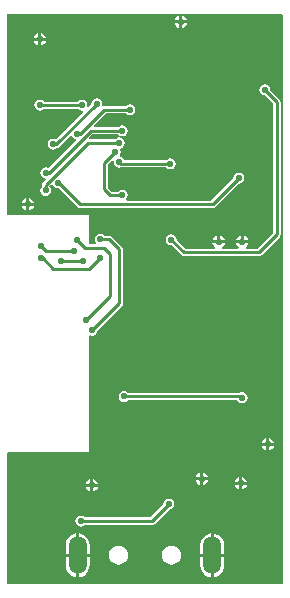
<source format=gbl>
G04 Layer_Physical_Order=2*
G04 Layer_Color=11436288*
%FSLAX25Y25*%
%MOIN*%
G70*
G01*
G75*
%ADD24C,0.01000*%
%ADD26O,0.05906X0.12598*%
%ADD27C,0.02200*%
G36*
X437500Y452623D02*
X437500Y262976D01*
X345854Y262976D01*
X345500Y263330D01*
Y306623D01*
X345854Y306976D01*
X373000Y306976D01*
X373000Y345424D01*
X373500Y345741D01*
X374000Y345641D01*
X374702Y345781D01*
X375298Y346179D01*
X375696Y346774D01*
X375835Y347476D01*
X375818Y347564D01*
X383865Y355611D01*
X384130Y356008D01*
X384224Y356476D01*
Y374476D01*
X384130Y374945D01*
X383865Y375342D01*
X380554Y378653D01*
X380157Y378918D01*
X379689Y379011D01*
X378036D01*
X377987Y379085D01*
X377391Y379483D01*
X376689Y379623D01*
X375987Y379483D01*
X375391Y379085D01*
X374993Y378490D01*
X374854Y377787D01*
X374993Y377085D01*
X375251Y376700D01*
X374993Y376200D01*
X373000D01*
Y385976D01*
X345500Y385976D01*
Y452976D01*
X437146Y452976D01*
X437500Y452623D01*
D02*
G37*
%LPC*%
G36*
X410000Y297476D02*
X408458D01*
X408522Y297157D01*
X408986Y296462D01*
X409681Y295998D01*
X410000Y295935D01*
Y297476D01*
D02*
G37*
G36*
X412542D02*
X411000D01*
Y295935D01*
X411319Y295998D01*
X412014Y296462D01*
X412478Y297157D01*
X412542Y297476D01*
D02*
G37*
G36*
X425542Y295976D02*
X424000D01*
Y294435D01*
X424319Y294498D01*
X425014Y294962D01*
X425478Y295657D01*
X425542Y295976D01*
D02*
G37*
G36*
X375888Y295323D02*
X374346D01*
Y293781D01*
X374666Y293845D01*
X375360Y294309D01*
X375825Y295004D01*
X375888Y295323D01*
D02*
G37*
G36*
X423000Y295976D02*
X421458D01*
X421522Y295657D01*
X421986Y294962D01*
X422681Y294498D01*
X423000Y294435D01*
Y295976D01*
D02*
G37*
G36*
X373346Y297865D02*
X373027Y297801D01*
X372333Y297337D01*
X371868Y296642D01*
X371805Y296323D01*
X373346D01*
Y297865D01*
D02*
G37*
G36*
X424000Y298518D02*
Y296976D01*
X425542D01*
X425478Y297296D01*
X425014Y297990D01*
X424319Y298454D01*
X424000Y298518D01*
D02*
G37*
G36*
X410000Y300018D02*
X409681Y299955D01*
X408986Y299490D01*
X408522Y298796D01*
X408458Y298476D01*
X410000D01*
Y300018D01*
D02*
G37*
G36*
X423000Y298518D02*
X422681Y298454D01*
X421986Y297990D01*
X421522Y297296D01*
X421458Y296976D01*
X423000D01*
Y298518D01*
D02*
G37*
G36*
X411000Y300018D02*
Y298476D01*
X412542D01*
X412478Y298796D01*
X412014Y299490D01*
X411319Y299955D01*
X411000Y300018D01*
D02*
G37*
G36*
X374346Y297865D02*
Y296323D01*
X375888D01*
X375825Y296642D01*
X375360Y297337D01*
X374666Y297801D01*
X374346Y297865D01*
D02*
G37*
G36*
X417928Y272000D02*
X414441D01*
Y265232D01*
X414973Y265302D01*
X415934Y265701D01*
X416760Y266334D01*
X417394Y267160D01*
X417792Y268122D01*
X417928Y269153D01*
Y272000D01*
D02*
G37*
G36*
X382642Y275688D02*
X381817Y275579D01*
X381048Y275261D01*
X380387Y274754D01*
X379881Y274094D01*
X379562Y273325D01*
X379454Y272500D01*
X379562Y271675D01*
X379881Y270906D01*
X380387Y270246D01*
X381048Y269739D01*
X381817Y269421D01*
X382642Y269312D01*
X383467Y269421D01*
X384236Y269739D01*
X384896Y270246D01*
X385402Y270906D01*
X385721Y271675D01*
X385830Y272500D01*
X385721Y273325D01*
X385402Y274094D01*
X384896Y274754D01*
X384236Y275261D01*
X383467Y275579D01*
X382642Y275688D01*
D02*
G37*
G36*
X400358D02*
X399533Y275579D01*
X398764Y275261D01*
X398104Y274754D01*
X397598Y274094D01*
X397279Y273325D01*
X397170Y272500D01*
X397279Y271675D01*
X397598Y270906D01*
X398104Y270246D01*
X398764Y269739D01*
X399533Y269421D01*
X400358Y269312D01*
X401183Y269421D01*
X401952Y269739D01*
X402612Y270246D01*
X403119Y270906D01*
X403438Y271675D01*
X403546Y272500D01*
X403438Y273325D01*
X403119Y274094D01*
X402612Y274754D01*
X401952Y275261D01*
X401183Y275579D01*
X400358Y275688D01*
D02*
G37*
G36*
X368559Y272000D02*
X365072D01*
Y269153D01*
X365208Y268122D01*
X365606Y267160D01*
X366240Y266334D01*
X367066Y265701D01*
X368027Y265302D01*
X368559Y265232D01*
Y272000D01*
D02*
G37*
G36*
X373046D02*
X369559D01*
Y265232D01*
X370091Y265302D01*
X371053Y265701D01*
X371878Y266334D01*
X372512Y267160D01*
X372910Y268122D01*
X373046Y269153D01*
Y272000D01*
D02*
G37*
G36*
X413441D02*
X409954D01*
Y269153D01*
X410090Y268122D01*
X410488Y267160D01*
X411122Y266334D01*
X411947Y265701D01*
X412909Y265302D01*
X413441Y265232D01*
Y272000D01*
D02*
G37*
G36*
X414441Y279767D02*
Y273000D01*
X417928D01*
Y275847D01*
X417792Y276878D01*
X417394Y277840D01*
X416760Y278666D01*
X415934Y279299D01*
X414973Y279697D01*
X414441Y279767D01*
D02*
G37*
G36*
X399500Y291312D02*
X398798Y291172D01*
X398202Y290774D01*
X397804Y290179D01*
X397665Y289476D01*
X397682Y289389D01*
X393363Y285070D01*
X371477D01*
X371428Y285144D01*
X370832Y285542D01*
X370130Y285682D01*
X369428Y285542D01*
X368832Y285144D01*
X368434Y284549D01*
X368295Y283846D01*
X368434Y283144D01*
X368832Y282549D01*
X369428Y282151D01*
X370130Y282011D01*
X370832Y282151D01*
X371428Y282549D01*
X371477Y282623D01*
X393870D01*
X394338Y282716D01*
X394735Y282981D01*
X399412Y287659D01*
X399500Y287641D01*
X400202Y287781D01*
X400798Y288179D01*
X401196Y288774D01*
X401335Y289476D01*
X401196Y290179D01*
X400798Y290774D01*
X400202Y291172D01*
X399500Y291312D01*
D02*
G37*
G36*
X373346Y295323D02*
X371805D01*
X371868Y295004D01*
X372333Y294309D01*
X373027Y293845D01*
X373346Y293781D01*
Y295323D01*
D02*
G37*
G36*
X368559Y279767D02*
X368027Y279697D01*
X367066Y279299D01*
X366240Y278666D01*
X365606Y277840D01*
X365208Y276878D01*
X365072Y275847D01*
Y273000D01*
X368559D01*
Y279767D01*
D02*
G37*
G36*
X369559D02*
Y273000D01*
X373046D01*
Y275847D01*
X372910Y276878D01*
X372512Y277840D01*
X371878Y278666D01*
X371053Y279299D01*
X370091Y279697D01*
X369559Y279767D01*
D02*
G37*
G36*
X413441D02*
X412909Y279697D01*
X411947Y279299D01*
X411122Y278666D01*
X410488Y277840D01*
X410090Y276878D01*
X409954Y275847D01*
Y273000D01*
X413441D01*
Y279767D01*
D02*
G37*
G36*
X356000Y443976D02*
X354458D01*
X354522Y443657D01*
X354986Y442962D01*
X355681Y442498D01*
X356000Y442435D01*
Y443976D01*
D02*
G37*
G36*
X358542D02*
X357000D01*
Y442435D01*
X357319Y442498D01*
X358014Y442962D01*
X358478Y443657D01*
X358542Y443976D01*
D02*
G37*
G36*
X375500Y424812D02*
X374798Y424672D01*
X374202Y424274D01*
X373804Y423679D01*
X373665Y422976D01*
X373682Y422889D01*
X372692Y421899D01*
X372232Y422145D01*
X372288Y422429D01*
X372148Y423132D01*
X371750Y423727D01*
X371155Y424125D01*
X370453Y424264D01*
X369750Y424125D01*
X369155Y423727D01*
X369105Y423653D01*
X357800D01*
X357751Y423727D01*
X357155Y424125D01*
X356453Y424264D01*
X355750Y424125D01*
X355155Y423727D01*
X354757Y423132D01*
X354618Y422429D01*
X354757Y421727D01*
X355155Y421131D01*
X355750Y420734D01*
X356453Y420594D01*
X357155Y420734D01*
X357751Y421131D01*
X357800Y421206D01*
X369105D01*
X369155Y421131D01*
X369750Y420734D01*
X370453Y420594D01*
X370737Y420650D01*
X370983Y420190D01*
X361817Y411023D01*
X361659Y411129D01*
X360957Y411268D01*
X360254Y411129D01*
X359659Y410731D01*
X359261Y410135D01*
X359121Y409433D01*
X359261Y408731D01*
X359659Y408135D01*
X360254Y407737D01*
X360957Y407598D01*
X361659Y407737D01*
X362254Y408135D01*
X362357Y408289D01*
X362425Y408303D01*
X362822Y408568D01*
X366801Y412547D01*
X367279Y412401D01*
X367304Y412274D01*
X367702Y411679D01*
X368298Y411281D01*
X368425Y411256D01*
X368570Y410777D01*
X359360Y401567D01*
X359202Y401672D01*
X358500Y401812D01*
X357798Y401672D01*
X357202Y401274D01*
X356804Y400679D01*
X356665Y399976D01*
X356804Y399274D01*
X357202Y398679D01*
X357798Y398281D01*
X358273Y398186D01*
X358454Y397661D01*
X357533Y396739D01*
X357267Y396342D01*
X357174Y395874D01*
Y395426D01*
X357100Y395376D01*
X356702Y394781D01*
X356562Y394079D01*
X356702Y393376D01*
X357100Y392781D01*
X357695Y392383D01*
X358398Y392244D01*
X359100Y392383D01*
X359695Y392781D01*
X360093Y393376D01*
X360233Y394079D01*
X360093Y394781D01*
X359695Y395376D01*
X359689Y395436D01*
X360332Y396079D01*
X360613Y395994D01*
X360841Y395880D01*
X361202Y395340D01*
X361798Y394942D01*
X362500Y394802D01*
X362870Y394876D01*
X369135Y388611D01*
X369532Y388346D01*
X370000Y388253D01*
X414161D01*
X414630Y388346D01*
X415027Y388611D01*
X422743Y396328D01*
X422831Y396310D01*
X423533Y396450D01*
X424128Y396848D01*
X424526Y397443D01*
X424666Y398146D01*
X424526Y398848D01*
X424128Y399443D01*
X423533Y399841D01*
X422831Y399981D01*
X422128Y399841D01*
X421533Y399443D01*
X421135Y398848D01*
X420995Y398146D01*
X421013Y398058D01*
X413655Y390700D01*
X385481D01*
X385337Y391077D01*
X385312Y391200D01*
X385696Y391774D01*
X385835Y392476D01*
X385696Y393179D01*
X385298Y393774D01*
X384702Y394172D01*
X384000Y394312D01*
X383298Y394172D01*
X382702Y393774D01*
X382653Y393700D01*
X380507D01*
X379223Y394983D01*
Y402765D01*
X380715Y404256D01*
X380813Y404239D01*
X381203Y403669D01*
X381165Y403476D01*
X381304Y402774D01*
X381702Y402179D01*
X382298Y401781D01*
X383000Y401641D01*
X383562Y401753D01*
X398653D01*
X398702Y401679D01*
X399298Y401281D01*
X400000Y401141D01*
X400702Y401281D01*
X401298Y401679D01*
X401696Y402274D01*
X401835Y402976D01*
X401696Y403679D01*
X401298Y404274D01*
X400702Y404672D01*
X400000Y404812D01*
X399298Y404672D01*
X398702Y404274D01*
X398653Y404200D01*
X384681D01*
X384298Y404774D01*
X383702Y405172D01*
X383259Y405260D01*
X383044Y405791D01*
X383298Y406172D01*
X383438Y406874D01*
X383298Y407576D01*
X383230Y407677D01*
X383461Y408233D01*
X383702Y408281D01*
X384298Y408679D01*
X384696Y409274D01*
X384835Y409976D01*
X384696Y410679D01*
X384298Y411274D01*
X383702Y411672D01*
X383000Y411812D01*
X382298Y411672D01*
X381702Y411274D01*
X381653Y411200D01*
X373161D01*
X372954Y411700D01*
X374007Y412753D01*
X382653D01*
X382702Y412679D01*
X383298Y412281D01*
X384000Y412141D01*
X384702Y412281D01*
X385298Y412679D01*
X385696Y413274D01*
X385835Y413976D01*
X385696Y414679D01*
X385298Y415274D01*
X384702Y415672D01*
X384000Y415812D01*
X383298Y415672D01*
X382702Y415274D01*
X382653Y415200D01*
X374607D01*
X374416Y415662D01*
X378507Y419753D01*
X385153D01*
X385202Y419679D01*
X385798Y419281D01*
X386500Y419141D01*
X387202Y419281D01*
X387798Y419679D01*
X388196Y420274D01*
X388335Y420976D01*
X388196Y421679D01*
X387798Y422274D01*
X387202Y422672D01*
X386500Y422812D01*
X385798Y422672D01*
X385202Y422274D01*
X385153Y422200D01*
X378000D01*
X377656Y422131D01*
X377340Y422379D01*
X377244Y422515D01*
X377335Y422976D01*
X377196Y423679D01*
X376798Y424274D01*
X376202Y424672D01*
X375500Y424812D01*
D02*
G37*
G36*
X351976Y391542D02*
X351657Y391478D01*
X350962Y391014D01*
X350498Y390319D01*
X350435Y390000D01*
X351976D01*
Y391542D01*
D02*
G37*
G36*
X352976D02*
Y390000D01*
X354518D01*
X354454Y390319D01*
X353990Y391014D01*
X353296Y391478D01*
X352976Y391542D01*
D02*
G37*
G36*
X356000Y446518D02*
X355681Y446454D01*
X354986Y445990D01*
X354522Y445296D01*
X354458Y444976D01*
X356000D01*
Y446518D01*
D02*
G37*
G36*
X403000Y452376D02*
X402681Y452313D01*
X401986Y451849D01*
X401522Y451154D01*
X401458Y450835D01*
X403000D01*
Y452376D01*
D02*
G37*
G36*
X404000D02*
Y450835D01*
X405542D01*
X405478Y451154D01*
X405014Y451849D01*
X404319Y452313D01*
X404000Y452376D01*
D02*
G37*
G36*
X405542Y449835D02*
X404000D01*
Y448293D01*
X404319Y448356D01*
X405014Y448821D01*
X405478Y449515D01*
X405542Y449835D01*
D02*
G37*
G36*
X357000Y446518D02*
Y444976D01*
X358542D01*
X358478Y445296D01*
X358014Y445990D01*
X357319Y446454D01*
X357000Y446518D01*
D02*
G37*
G36*
X403000Y449835D02*
X401458D01*
X401522Y449515D01*
X401986Y448821D01*
X402681Y448356D01*
X403000Y448293D01*
Y449835D01*
D02*
G37*
G36*
X354518Y389000D02*
X352976D01*
Y387458D01*
X353296Y387522D01*
X353990Y387986D01*
X354454Y388681D01*
X354518Y389000D01*
D02*
G37*
G36*
X433000Y311518D02*
Y309976D01*
X434542D01*
X434478Y310296D01*
X434014Y310990D01*
X433319Y311455D01*
X433000Y311518D01*
D02*
G37*
G36*
X384563Y327249D02*
X383861Y327109D01*
X383265Y326711D01*
X382867Y326116D01*
X382728Y325413D01*
X382867Y324711D01*
X383265Y324116D01*
X383861Y323718D01*
X384563Y323578D01*
X385265Y323718D01*
X385861Y324116D01*
X385910Y324190D01*
X422338D01*
X422635Y323746D01*
X423231Y323348D01*
X423933Y323208D01*
X424635Y323348D01*
X425231Y323746D01*
X425629Y324341D01*
X425768Y325043D01*
X425629Y325746D01*
X425231Y326341D01*
X424635Y326739D01*
X423933Y326879D01*
X423231Y326739D01*
X423078Y326637D01*
X385910D01*
X385861Y326711D01*
X385265Y327109D01*
X384563Y327249D01*
D02*
G37*
G36*
X432000Y311518D02*
X431681Y311455D01*
X430986Y310990D01*
X430522Y310296D01*
X430458Y309976D01*
X432000D01*
Y311518D01*
D02*
G37*
G36*
Y308976D02*
X430458D01*
X430522Y308657D01*
X430986Y307962D01*
X431681Y307498D01*
X432000Y307435D01*
Y308976D01*
D02*
G37*
G36*
X434542D02*
X433000D01*
Y307435D01*
X433319Y307498D01*
X434014Y307962D01*
X434478Y308657D01*
X434542Y308976D01*
D02*
G37*
G36*
X431413Y429398D02*
X430711Y429259D01*
X430116Y428861D01*
X429718Y428265D01*
X429578Y427563D01*
X429718Y426861D01*
X430116Y426265D01*
X430711Y425867D01*
X431413Y425728D01*
X431501Y425745D01*
X434276Y422970D01*
Y379983D01*
X428993Y374700D01*
X425306D01*
X425154Y375200D01*
X425447Y375395D01*
X425911Y376090D01*
X425975Y376410D01*
X421891D01*
X421955Y376090D01*
X422419Y375395D01*
X422712Y375200D01*
X422560Y374700D01*
X417243D01*
X417092Y375200D01*
X417573Y375521D01*
X418037Y376216D01*
X418101Y376535D01*
X414017D01*
X414081Y376216D01*
X414545Y375521D01*
X415026Y375200D01*
X414875Y374700D01*
X405007D01*
X402129Y377578D01*
X402146Y377665D01*
X402007Y378368D01*
X401609Y378963D01*
X401013Y379361D01*
X400311Y379501D01*
X399609Y379361D01*
X399013Y378963D01*
X398616Y378368D01*
X398476Y377665D01*
X398616Y376963D01*
X399013Y376368D01*
X399609Y375970D01*
X400311Y375830D01*
X400399Y375848D01*
X403635Y372611D01*
X404032Y372346D01*
X404500Y372253D01*
X429500D01*
X429968Y372346D01*
X430365Y372611D01*
X436365Y378611D01*
X436630Y379008D01*
X436724Y379476D01*
Y423476D01*
X436630Y423945D01*
X436365Y424341D01*
X433231Y427475D01*
X433249Y427563D01*
X433109Y428265D01*
X432711Y428861D01*
X432116Y429259D01*
X431413Y429398D01*
D02*
G37*
G36*
X416559Y379077D02*
Y377535D01*
X418101D01*
X418037Y377855D01*
X417573Y378549D01*
X416878Y379014D01*
X416559Y379077D01*
D02*
G37*
G36*
X351976Y389000D02*
X350435D01*
X350498Y388681D01*
X350962Y387986D01*
X351657Y387522D01*
X351976Y387458D01*
Y389000D01*
D02*
G37*
G36*
X415559Y379077D02*
X415240Y379014D01*
X414545Y378549D01*
X414081Y377855D01*
X414017Y377535D01*
X415559D01*
Y379077D01*
D02*
G37*
G36*
X423433Y378951D02*
X423114Y378888D01*
X422419Y378424D01*
X421955Y377729D01*
X421891Y377410D01*
X423433D01*
Y378951D01*
D02*
G37*
G36*
X424433D02*
Y377410D01*
X425975D01*
X425911Y377729D01*
X425447Y378424D01*
X424753Y378888D01*
X424433Y378951D01*
D02*
G37*
%LPD*%
D24*
X372000Y350976D02*
X380000Y358976D01*
X374000Y347476D02*
X383000Y356476D01*
Y374476D01*
X379689Y377787D02*
X383000Y374476D01*
X376689Y377787D02*
X379689D01*
X380000Y358976D02*
Y372976D01*
X378000Y374976D02*
X380000Y372976D01*
X371500Y374976D02*
X378000D01*
X368815Y377661D02*
X371500Y374976D01*
X358500Y373976D02*
X368000D01*
X357000Y375476D02*
X358500Y373976D01*
X363500Y370476D02*
X371000D01*
X373000Y367976D02*
X376500Y371476D01*
X361000Y367976D02*
X373000D01*
X357500Y371476D02*
X361000Y367976D01*
X357000Y371476D02*
X357500D01*
X362839Y396638D02*
X370000Y389476D01*
X362500Y396638D02*
X362839D01*
X372500Y409976D02*
X383000D01*
X358398Y395874D02*
X372500Y409976D01*
X358398Y394079D02*
Y395874D01*
X358500Y399976D02*
X359500D01*
X373500Y413976D01*
X384000D01*
X383500Y402976D02*
X400000D01*
X383000Y403476D02*
X383500Y402976D01*
X378000Y420976D02*
X386500D01*
X370000Y412976D02*
X378000Y420976D01*
X369000Y412976D02*
X370000D01*
X361957Y409433D02*
X375500Y422976D01*
X360957Y409433D02*
X361957D01*
X378000Y394476D02*
Y403272D01*
X381602Y406874D01*
X370000Y389476D02*
X414161D01*
X422831Y398146D01*
X378000Y394476D02*
X380000Y392476D01*
X384000D01*
X384563Y325413D02*
X423563D01*
X356453Y422429D02*
X370453D01*
X429500Y373476D02*
X435500Y379476D01*
X404500Y373476D02*
X429500D01*
X400311Y377665D02*
X404500Y373476D01*
X431413Y427563D02*
X435500Y423476D01*
Y379476D02*
Y423476D01*
X393870Y283846D02*
X399500Y289476D01*
X370130Y283846D02*
X393870D01*
D26*
X369059Y272500D02*
D03*
X413941D02*
D03*
D27*
X374000Y347476D02*
D03*
X372000Y350976D02*
D03*
X368000Y373976D02*
D03*
X357000Y375476D02*
D03*
X371000Y370476D02*
D03*
X376500Y371476D02*
D03*
X357000D02*
D03*
X368815Y377661D02*
D03*
X376689Y377787D02*
D03*
X363500Y370476D02*
D03*
X362500Y396638D02*
D03*
X358500Y399976D02*
D03*
X386500Y420976D02*
D03*
X375500Y422976D02*
D03*
X369000Y412976D02*
D03*
X383000Y409976D02*
D03*
X381602Y406874D02*
D03*
X383000Y403476D02*
D03*
X400000Y402976D02*
D03*
X422831Y398146D02*
D03*
X360957Y409433D02*
D03*
X358398Y394079D02*
D03*
X384000Y413976D02*
D03*
Y392476D02*
D03*
X423933Y325043D02*
D03*
X384563Y325413D02*
D03*
X370453Y422429D02*
D03*
X356453D02*
D03*
X356500Y444476D02*
D03*
X403500Y450335D02*
D03*
X352476Y389500D02*
D03*
X423933Y376909D02*
D03*
X416059Y377035D02*
D03*
X431413Y427563D02*
D03*
X400311Y377665D02*
D03*
X423500Y296476D02*
D03*
X432500Y309476D02*
D03*
X370130Y283846D02*
D03*
X399500Y289476D02*
D03*
X373847Y295823D02*
D03*
X410500Y297976D02*
D03*
M02*

</source>
